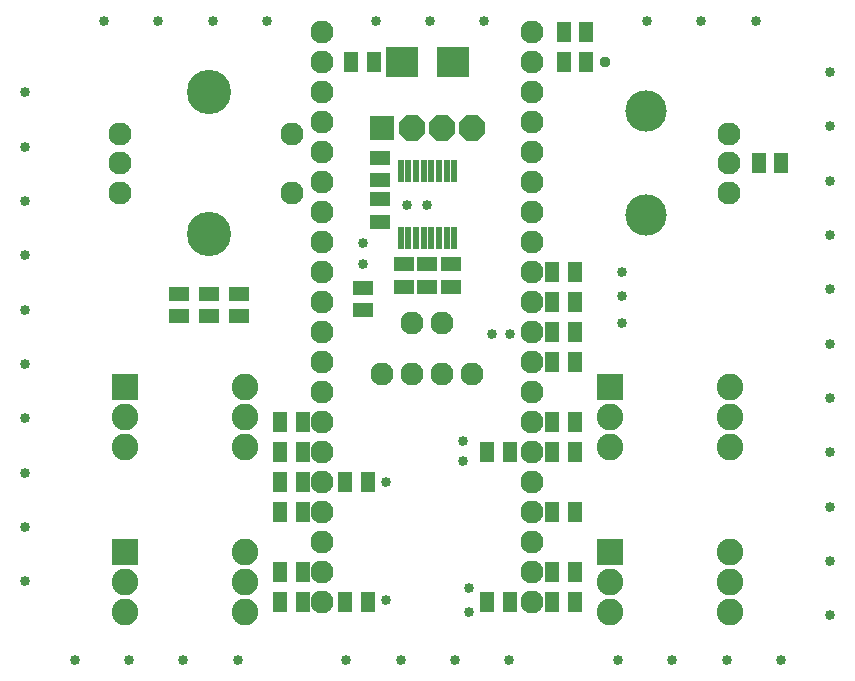
<source format=gbr>
G04 GENERATED BY PULSONIX 12.5 GERBER.DLL 9449*
G04 #@! TF.GenerationSoftware,Pulsonix,Pulsonix,12.5.9449*
G04 #@! TF.CreationDate,2025-01-20T21:22:03--1:00*
G04 #@! TF.Part,Single*
%FSLAX35Y35*%
%LPD*%
%MOMM*%
G04 #@! TF.FileFunction,Soldermask,Top*
G04 #@! TF.FilePolarity,Negative*
G04 #@! TA.AperFunction,ViaPad*
%ADD76C,0.85400*%
%ADD77C,0.95400*%
G04 #@! TA.AperFunction,ComponentPad*
%ADD78C,1.95400*%
G04 #@! TA.AperFunction,SMDPad,CuDef*
%ADD79R,1.65400X1.15400*%
%ADD80R,0.60400X1.85400*%
G04 #@! TA.AperFunction,ComponentPad*
%ADD81C,3.75400*%
%ADD82R,2.15900X2.15900*%
%AMT83*0 Octagon pad*4,1,8,0.44714,1.07950,-0.44714,1.07950,-1.07950,0.44714,-1.07950,-0.44714,-0.44714,-1.07950,0.44714,-1.07950,1.07950,-0.44714,1.07950,0.44714,0.44714,1.07950,0*%
%ADD83T83*%
G04 #@! TA.AperFunction,SMDPad,CuDef*
%ADD84R,1.15400X1.65400*%
G04 #@! TA.AperFunction,ComponentPad*
%ADD85R,2.25400X2.25400*%
%ADD86C,2.25400*%
G04 #@! TA.AperFunction,SMDPad,CuDef*
%ADD87R,2.75400X2.55400*%
G04 #@! TA.AperFunction,ComponentPad*
%ADD88C,3.50400*%
G04 #@! TD.AperFunction*
X0Y0D02*
D02*
D76*
X545800Y1085000D03*
Y1545000D03*
Y2005000D03*
Y2465000D03*
Y2925000D03*
Y3385000D03*
Y3845000D03*
Y4305000D03*
Y4765000D03*
Y5225000D03*
X962008Y420800D03*
X1210000Y5829200D03*
X1422008Y420800D03*
X1670000Y5829200D03*
X1882008Y420800D03*
X2130000Y5829200D03*
X2342008Y420800D03*
X2590000Y5829200D03*
X3262008Y420800D03*
X3400000Y3775000D03*
Y3950000D03*
X3510000Y5829200D03*
X3600000Y925000D03*
Y1925000D03*
X3722008Y420800D03*
X3775000Y4275000D03*
X3950000D03*
X3970000Y5829200D03*
X4182008Y420800D03*
X4250000Y2100000D03*
Y2275000D03*
X4300000Y825000D03*
Y1025000D03*
X4430000Y5829200D03*
X4500000Y3175000D03*
X4642008Y420800D03*
X4650000Y3175000D03*
X5562008Y420800D03*
X5600000Y3275000D03*
Y3500000D03*
Y3700000D03*
X5810000Y5829200D03*
X6022008Y420800D03*
X6270000Y5829200D03*
X6482008Y420800D03*
X6730000Y5829200D03*
X6942008Y420800D03*
X7354200Y795558D03*
Y1255558D03*
Y1715558D03*
Y2175558D03*
Y2635558D03*
Y3095558D03*
Y3555558D03*
Y4015558D03*
Y4475558D03*
Y4935558D03*
Y5395558D03*
D02*
D77*
X5450000Y5484000D03*
D02*
D78*
X1350000Y4375000D03*
Y4625000D03*
Y4875000D03*
X2800000Y4375000D03*
Y4875000D03*
X3061000Y912000D03*
Y1166000D03*
Y1420000D03*
Y1674000D03*
Y1928000D03*
Y2182000D03*
Y2436000D03*
Y2690000D03*
Y2944000D03*
Y3198000D03*
Y3452000D03*
Y3706000D03*
Y3960000D03*
Y4214000D03*
Y4468000D03*
Y4722000D03*
Y4976000D03*
Y5230000D03*
Y5484000D03*
Y5738000D03*
X3569000Y2841500D03*
X3823000D03*
Y3275000D03*
X4077000Y2841500D03*
Y3275000D03*
X4331000Y2841500D03*
X4839000Y912000D03*
Y1166000D03*
Y1420000D03*
Y1674000D03*
Y1928000D03*
Y2182000D03*
Y2436000D03*
Y2690000D03*
Y2944000D03*
Y3198000D03*
Y3452000D03*
Y3706000D03*
Y3960000D03*
Y4214000D03*
Y4468000D03*
Y4722000D03*
Y4976000D03*
Y5230000D03*
Y5484000D03*
Y5738000D03*
X6500000Y4375000D03*
Y4625000D03*
Y4875000D03*
D02*
D79*
X1850000Y3329750D03*
Y3520250D03*
X2100000Y3329750D03*
Y3520250D03*
X2350000Y3329750D03*
Y3520250D03*
X3400000Y3379750D03*
Y3570250D03*
X3550000Y4129750D03*
Y4320250D03*
Y4479750D03*
Y4670250D03*
X3750000Y3579750D03*
Y3770250D03*
X3950000Y3579750D03*
Y3770250D03*
X4150000Y3579750D03*
Y3770250D03*
D02*
D80*
X3722500Y3995000D03*
Y4555000D03*
X3787500Y3995000D03*
Y4555000D03*
X3852500Y3995000D03*
Y4555000D03*
X3917500Y3995000D03*
Y4555000D03*
X3982500Y3995000D03*
Y4555000D03*
X4047500Y3995000D03*
Y4555000D03*
X4112500Y3995000D03*
Y4555000D03*
X4177500Y3995000D03*
Y4555000D03*
D02*
D81*
X2100000Y4025000D03*
Y5225000D03*
D02*
D82*
X3569000Y4925000D03*
D02*
D83*
X3823000D03*
X4077000D03*
X4331000D03*
D02*
D84*
X2704750Y912000D03*
Y1166000D03*
Y1674000D03*
Y1928000D03*
Y2182000D03*
Y2436000D03*
X2895250Y912000D03*
Y1166000D03*
Y1674000D03*
Y1928000D03*
Y2182000D03*
Y2436000D03*
X3254750Y912000D03*
Y1928000D03*
X3304750Y5484000D03*
X3445250Y912000D03*
Y1928000D03*
X3495250Y5484000D03*
X4454750Y912000D03*
Y2182000D03*
X4645250Y912000D03*
Y2182000D03*
X5004750Y912000D03*
Y1166000D03*
Y1674000D03*
Y2182000D03*
Y2436000D03*
Y2944000D03*
Y3198000D03*
Y3452000D03*
Y3706000D03*
X5104750Y5484000D03*
Y5738000D03*
X5195250Y912000D03*
Y1166000D03*
Y1674000D03*
Y2182000D03*
Y2436000D03*
Y2944000D03*
Y3198000D03*
Y3452000D03*
Y3706000D03*
X5295250Y5484000D03*
Y5738000D03*
X6754750Y4625000D03*
X6945250D03*
D02*
D85*
X1392000Y1329000D03*
Y2729000D03*
X5492000Y1329000D03*
Y2729000D03*
D02*
D86*
X1392000Y821000D03*
Y1075000D03*
Y2221000D03*
Y2475000D03*
X2408000Y821000D03*
Y1075000D03*
Y1329000D03*
Y2221000D03*
Y2475000D03*
Y2729000D03*
X5492000Y821000D03*
Y1075000D03*
Y2221000D03*
Y2475000D03*
X6508000Y821000D03*
Y1075000D03*
Y1329000D03*
Y2221000D03*
Y2475000D03*
Y2729000D03*
D02*
D87*
X3735000Y5484000D03*
X4165000D03*
D02*
D88*
X5800000Y4185000D03*
Y5065000D03*
X0Y0D02*
M02*

</source>
